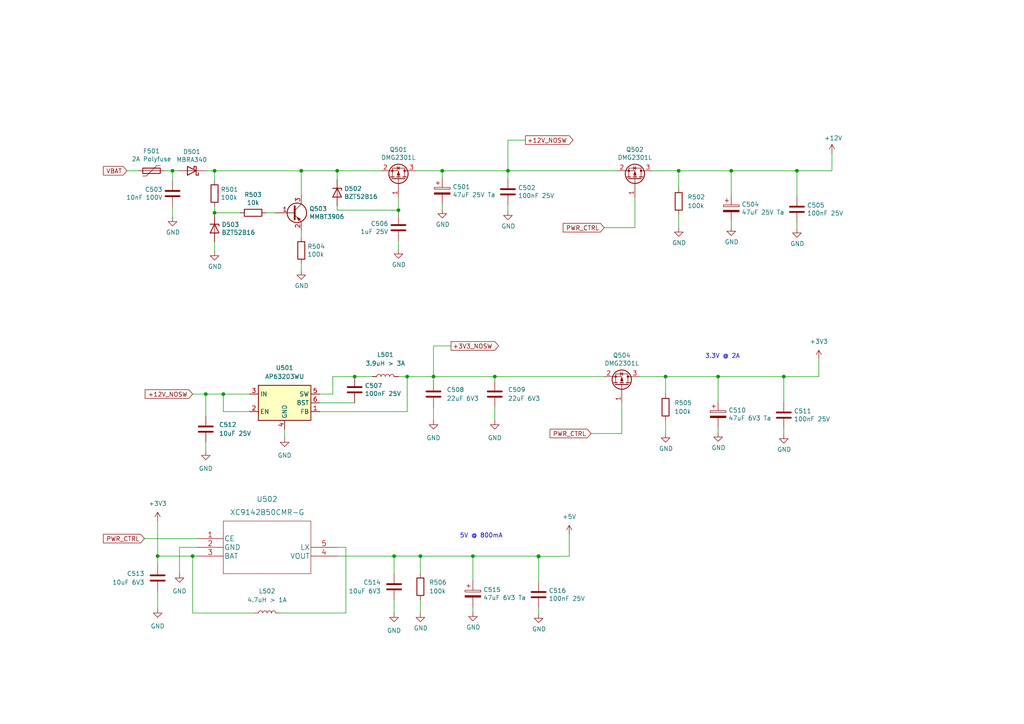
<source format=kicad_sch>
(kicad_sch (version 20211123) (generator eeschema)
  (paper "A4")
  (title_block (title "Vehicle CAN Collector") (date "2022-12-29") (rev "1") (company "Gavin Hurlbut"))
  (lib_symbols
    (symbol "Device:C" (pin_numbers hide) (pin_names (offset 0.254))
      (property "Reference" "C" (at 0.635 2.54 0))
      (property "Value" "C" (at 0.635 -2.54 0))
      (symbol "C_0_1"
        (polyline (pts (xy -2.032 -0.762) (xy 2.032 -0.762)) (stroke (width 0.508)))
        (polyline (pts (xy -2.032 0.762) (xy 2.032 0.762)) (stroke (width 0.508)))
      )
      (symbol "C_1_1"
        (pin passive line (at 0 3.81 270) (length 2.794) (name "~") (number "1"))
        (pin passive line (at 0 -3.81 90) (length 2.794) (name "~") (number "2"))
      )
    )
    (symbol "Device:CP" (pin_numbers hide) (pin_names (offset 0.254))
      (property "Reference" "C" (at 0.635 2.54 0))
      (property "Value" "Device_CP" (at 0.635 -2.54 0))
      (symbol "CP_0_1"
        (rectangle (start -2.286 0.508) (end 2.286 1.016))
        (polyline (pts (xy -1.778 2.286) (xy -0.762 2.286)))
        (polyline (pts (xy -1.27 2.794) (xy -1.27 1.778)))
        (rectangle (start 2.286 -0.508) (end -2.286 -1.016) (fill (type outline)))
      )
      (symbol "CP_1_1"
        (pin passive line (at 0 3.81 270) (length 2.794) (name "~") (number "1"))
        (pin passive line (at 0 -3.81 90) (length 2.794) (name "~") (number "2"))
      )
    )
    (symbol "Device:L" (pin_numbers hide) (pin_names (offset 1.016) hide)
      (property "Reference" "L" (at -1.27 0 90))
      (property "Value" "L" (at 1.905 0 90))
      (symbol "L_0_1"
        (arc (start 0 -2.54) (mid 0.635 -1.905) (end 0 -1.27))
        (arc (start 0 -1.27) (mid 0.635 -0.635) (end 0 0))
        (arc (start 0 0) (mid 0.635 0.635) (end 0 1.27))
        (arc (start 0 1.27) (mid 0.635 1.905) (end 0 2.54))
      )
      (symbol "L_1_1"
        (pin passive line (at 0 3.81 270) (length 1.27) (name "1") (number "1"))
        (pin passive line (at 0 -3.81 90) (length 1.27) (name "2") (number "2"))
      )
    )
    (symbol "Device:Polyfuse" (pin_numbers hide) (pin_names (offset 0))
      (property "Reference" "F" (at -2.54 0 90))
      (property "Value" "Polyfuse" (at 2.54 0 90))
      (symbol "Polyfuse_0_1"
        (rectangle (start -0.762 2.54) (end 0.762 -2.54) (stroke (width 0.254)))
        (polyline (pts (xy 0 2.54) (xy 0 -2.54)))
        (polyline (pts (xy -1.524 2.54) (xy -1.524 1.524) (xy 1.524 -1.524) (xy 1.524 -2.54)))
      )
      (symbol "Polyfuse_1_1"
        (pin passive line (at 0 3.81 270) (length 1.27) (name "~") (number "1"))
        (pin passive line (at 0 -3.81 90) (length 1.27) (name "~") (number "2"))
      )
    )
    (symbol "Device:R" (pin_numbers hide) (pin_names (offset 0))
      (property "Reference" "R" (at 2.032 0 90))
      (property "Value" "R" (at 0 0 90))
      (symbol "R_0_1"
        (rectangle (start -1.016 -2.54) (end 1.016 2.54) (stroke (width 0.254)))
      )
      (symbol "R_1_1"
        (pin passive line (at 0 3.81 270) (length 1.27) (name "~") (number "1"))
        (pin passive line (at 0 -3.81 90) (length 1.27) (name "~") (number "2"))
      )
    )
    (symbol "Diode:BZT52Bxx" (pin_numbers hide) (pin_names (offset 1.016) hide)
      (property "Reference" "D" (at 0 2.54 0))
      (property "Value" "BZT52Bxx" (at 0 -2.54 0))
      (symbol "BZT52Bxx_0_1"
        (polyline (pts (xy 1.27 0) (xy -1.27 0)))
        (polyline (pts (xy -1.27 -1.27) (xy -1.27 1.27) (xy -0.762 1.27)) (stroke (width 0.254)))
        (polyline (pts (xy 1.27 -1.27) (xy 1.27 1.27) (xy -1.27 0) (xy 1.27 -1.27)) (stroke (width 0.254)))
      )
      (symbol "BZT52Bxx_1_1"
        (pin passive line (at -3.81 0 0) (length 2.54) (name "K") (number "1"))
        (pin passive line (at 3.81 0 180) (length 2.54) (name "A") (number "2"))
      )
    )
    (symbol "Diode:MBRA340" (pin_numbers hide) (pin_names hide)
      (property "Reference" "D" (at 0 2.54 0))
      (property "Value" "MBRA340" (at 0 -2.54 0))
      (symbol "MBRA340_0_1"
        (polyline (pts (xy 1.27 0) (xy -1.27 0)))
        (polyline (pts (xy 1.27 1.27) (xy 1.27 -1.27) (xy -1.27 0) (xy 1.27 1.27)) (stroke (width 0.254)))
        (polyline (pts (xy -1.905 0.635) (xy -1.905 1.27) (xy -1.27 1.27) (xy -1.27 -1.27) (xy -0.635 -1.27) (xy -0.635 -0.635)) (stroke (width 0.254)))
      )
      (symbol "MBRA340_1_1"
        (pin passive line (at -3.81 0 0) (length 2.54) (name "K") (number "1"))
        (pin passive line (at 3.81 0 180) (length 2.54) (name "A") (number "2"))
      )
    )
    (symbol "Regulator_Switching:AP63203WU"
      (property "Reference" "U" (at -7.62 6.35 0))
      (property "Value" "AP63203WU" (at 2.54 6.35 0))
      (symbol "AP63203WU_0_1"
        (rectangle (start -7.62 5.08) (end 7.62 -5.08) (stroke (width 0.254)) (fill (type background)))
      )
      (symbol "AP63203WU_1_1"
        (pin input line (at 10.16 -2.54 180) (length 2.54) (name "FB") (number "1"))
        (pin input line (at -10.16 -2.54 0) (length 2.54) (name "EN") (number "2"))
        (pin power_in line (at -10.16 2.54 0) (length 2.54) (name "IN") (number "3"))
        (pin power_in line (at 0 -7.62 90) (length 2.54) (name "GND") (number "4"))
        (pin output line (at 10.16 2.54 180) (length 2.54) (name "SW") (number "5"))
        (pin passive line (at 10.16 0 180) (length 2.54) (name "BST") (number "6"))
      )
    )
    (symbol "Transistor_BJT:MMBT3906" (pin_names (offset 0) hide)
      (property "Reference" "Q" (at 5.08 1.905 0))
      (property "Value" "MMBT3906" (at 5.08 0 0))
      (symbol "MMBT3906_0_1"
        (polyline (pts (xy 0.635 0.635) (xy 2.54 2.54)))
        (polyline (pts (xy 0.635 -0.635) (xy 2.54 -2.54) (xy 2.54 -2.54)))
        (polyline (pts (xy 0.635 1.905) (xy 0.635 -1.905) (xy 0.635 -1.905)) (stroke (width 0.508)))
        (polyline (pts (xy 2.286 -1.778) (xy 1.778 -2.286) (xy 1.27 -1.27) (xy 2.286 -1.778) (xy 2.286 -1.778)) (fill (type outline)))
        (circle (center 1.27 0) (radius 2.8194) (stroke (width 0.254)))
      )
      (symbol "MMBT3906_1_1"
        (pin input line (at -5.08 0 0) (length 5.715) (name "B") (number "1"))
        (pin passive line (at 2.54 -5.08 90) (length 2.54) (name "E") (number "2"))
        (pin passive line (at 2.54 5.08 270) (length 2.54) (name "C") (number "3"))
      )
    )
    (symbol "Transistor_FET:DMG2301L" (pin_names hide)
      (property "Reference" "Q" (at 5.08 1.905 0))
      (property "Value" "DMG2301L" (at 5.08 0 0))
      (symbol "DMG2301L_0_1"
        (polyline (pts (xy 0.254 0) (xy -2.54 0)))
        (polyline (pts (xy 0.254 1.905) (xy 0.254 -1.905)) (stroke (width 0.254)))
        (polyline (pts (xy 0.762 -1.27) (xy 0.762 -2.286)) (stroke (width 0.254)))
        (polyline (pts (xy 0.762 0.508) (xy 0.762 -0.508)) (stroke (width 0.254)))
        (polyline (pts (xy 0.762 2.286) (xy 0.762 1.27)) (stroke (width 0.254)))
        (polyline (pts (xy 2.54 2.54) (xy 2.54 1.778)))
        (polyline (pts (xy 2.54 -2.54) (xy 2.54 0) (xy 0.762 0)))
        (polyline (pts (xy 0.762 1.778) (xy 3.302 1.778) (xy 3.302 -1.778) (xy 0.762 -1.778)))
        (polyline (pts (xy 2.286 0) (xy 1.27 0.381) (xy 1.27 -0.381) (xy 2.286 0)) (fill (type outline)))
        (polyline (pts (xy 2.794 -0.508) (xy 2.921 -0.381) (xy 3.683 -0.381) (xy 3.81 -0.254)))
        (polyline (pts (xy 3.302 -0.381) (xy 2.921 0.254) (xy 3.683 0.254) (xy 3.302 -0.381)))
        (circle (center 1.651 0) (radius 2.794) (stroke (width 0.254)))
        (circle (center 2.54 -1.778) (radius 0.254) (fill (type outline)))
        (circle (center 2.54 1.778) (radius 0.254) (fill (type outline)))
      )
      (symbol "DMG2301L_1_1"
        (pin input line (at -5.08 0 0) (length 2.54) (name "G") (number "1"))
        (pin passive line (at 2.54 -5.08 90) (length 2.54) (name "S") (number "2"))
        (pin passive line (at 2.54 5.08 270) (length 2.54) (name "D") (number "3"))
      )
    )
    (symbol "UltraLibrarian:XC9142B50CMR-G" (pin_names (offset 0.254))
      (property "Reference" "U" (at 20.32 10.16 0))
      (property "Value" "XC9142B50CMR-G" (at 20.32 7.62 0))
      (symbol "XC9142B50CMR-G_1_1"
        (polyline (pts (xy 7.62 -10.16) (xy 33.02 -10.16)) (stroke (width 0.127)))
        (polyline (pts (xy 7.62 5.08) (xy 7.62 -10.16)) (stroke (width 0.127)))
        (polyline (pts (xy 33.02 -10.16) (xy 33.02 5.08)) (stroke (width 0.127)))
        (polyline (pts (xy 33.02 5.08) (xy 7.62 5.08)) (stroke (width 0.127)))
        (pin unspecified line (at 0 0 0) (length 7.62) (name "CE") (number "1"))
        (pin power_in line (at 0 -2.54 0) (length 7.62) (name "GND") (number "2"))
        (pin unspecified line (at 0 -5.08 0) (length 7.62) (name "BAT") (number "3"))
        (pin output line (at 40.64 -5.08 180) (length 7.62) (name "VOUT") (number "4"))
        (pin unspecified line (at 40.64 -2.54 180) (length 7.62) (name "LX") (number "5"))
      )
    )
    (symbol "power:+12V" (power) (pin_names (offset 0))
      (property "Value" "+12V" (at 0 3.556 0))
      (symbol "+12V_0_1"
        (polyline (pts (xy -0.762 1.27) (xy 0 2.54)))
        (polyline (pts (xy 0 0) (xy 0 2.54)))
        (polyline (pts (xy 0 2.54) (xy 0.762 1.27)))
      )
      (symbol "+12V_1_1"
        (pin power_in line (at 0 0 90) (length 0) hide (name "+12V") (number "1"))
      )
    )
    (symbol "power:+3V3" (power) (pin_names (offset 0))
      (property "Value" "+3V3" (at 0 3.556 0))
      (symbol "+3V3_0_1"
        (polyline (pts (xy -0.762 1.27) (xy 0 2.54)))
        (polyline (pts (xy 0 0) (xy 0 2.54)))
        (polyline (pts (xy 0 2.54) (xy 0.762 1.27)))
      )
      (symbol "+3V3_1_1"
        (pin power_in line (at 0 0 90) (length 0) hide (name "+3V3") (number "1"))
      )
    )
    (symbol "power:+5V" (power) (pin_names (offset 0))
      (property "Value" "+5V" (at 0 3.556 0))
      (symbol "+5V_0_1"
        (polyline (pts (xy -0.762 1.27) (xy 0 2.54)))
        (polyline (pts (xy 0 0) (xy 0 2.54)))
        (polyline (pts (xy 0 2.54) (xy 0.762 1.27)))
      )
      (symbol "+5V_1_1"
        (pin power_in line (at 0 0 90) (length 0) hide (name "+5V") (number "1"))
      )
    )
    (symbol "power:GND" (power) (pin_names (offset 0))
      (property "Value" "GND" (at 0 -3.81 0))
      (symbol "GND_0_1"
        (polyline (pts (xy 0 0) (xy 0 -1.27) (xy 1.27 -1.27) (xy 0 -2.54) (xy -1.27 -1.27) (xy 0 -1.27)))
      )
      (symbol "GND_1_1"
        (pin power_in line (at 0 0 270) (length 0) hide (name "GND") (number "1"))
      )
    )
  )
  (junction (at 97.79 49.53))
  (junction (at 156.21 161.3913))
  (junction (at 121.92 161.29))
  (junction (at 196.85 49.53))
  (junction (at 118.11 109.22))
  (junction (at 193.04 109.22))
  (junction (at 128.27 49.53))
  (junction (at 45.72 161.29))
  (junction (at 62.23 49.53))
  (junction (at 212.09 49.53))
  (junction (at 87.376 49.53))
  (junction (at 59.69 114.3))
  (junction (at 114.3 161.29))
  (junction (at 147.32 49.53))
  (junction (at 125.73 109.22))
  (junction (at 50.038 49.53))
  (junction (at 208.28 109.22))
  (junction (at 102.87 109.22))
  (junction (at 64.77 114.3))
  (junction (at 143.51 109.22))
  (junction (at 231.14 49.53))
  (junction (at 156.21 161.3555))
  (junction (at 62.23 61.722))
  (junction (at 137.16 161.29))
  (junction (at 227.33 109.22))
  (junction (at 55.88 161.29))
  (junction (at 156.21 161.29))
  (junction (at 115.57 60.96))
  (wire (pts (xy 118.11 119.38) (xy 92.71 119.38)))
  (wire (pts (xy 87.376 66.802) (xy 87.376 68.834)))
  (wire (pts (xy 55.88 177.8) (xy 73.66 177.8)))
  (wire (pts (xy 165.1 161.3555) (xy 156.21 161.3555)))
  (wire (pts (xy 241.3 44.45) (xy 241.3 49.53)))
  (wire (pts (xy 118.11 109.22) (xy 125.73 109.22)))
  (wire (pts (xy 137.16 161.29) (xy 156.21 161.29)))
  (wire (pts (xy 62.23 70.104) (xy 62.23 72.898)))
  (wire (pts (xy 185.42 109.22) (xy 193.04 109.22)))
  (wire (pts (xy 55.88 161.29) (xy 55.88 177.8)))
  (wire (pts (xy 50.038 62.992) (xy 50.038 59.944)))
  (wire (pts (xy 128.27 59.182) (xy 128.27 60.706)))
  (wire (pts (xy 208.28 123.952) (xy 208.28 125.476)))
  (wire (pts (xy 62.23 61.722) (xy 62.23 62.484)))
  (wire (pts (xy 143.51 109.22) (xy 143.51 110.49)))
  (wire (pts (xy 189.23 49.53) (xy 196.85 49.53)))
  (wire (pts (xy 114.3 173.99) (xy 114.3 177.8)))
  (wire (pts (xy 77.216 61.722) (xy 79.756 61.722)))
  (wire (pts (xy 128.27 49.53) (xy 147.32 49.53)))
  (wire (pts (xy 227.33 124.206) (xy 227.33 125.984)))
  (wire (pts (xy 97.79 49.53) (xy 97.79 52.07)))
  (wire (pts (xy 165.1 154.94) (xy 165.1 161.3555)))
  (wire (pts (xy 62.23 49.53) (xy 62.23 52.324)))
  (wire (pts (xy 92.71 114.3) (xy 96.52 114.3)))
  (wire (pts (xy 125.73 109.22) (xy 125.73 110.49)))
  (wire (pts (xy 212.09 49.53) (xy 212.09 56.642)))
  (wire (pts (xy 147.32 40.64) (xy 152.4 40.64)))
  (wire (pts (xy 118.11 109.22) (xy 118.11 119.38)))
  (wire (pts (xy 59.69 128.27) (xy 59.69 130.81)))
  (wire (pts (xy 45.72 171.45) (xy 45.72 176.53)))
  (wire (pts (xy 193.04 109.22) (xy 193.04 114.3)))
  (wire (pts (xy 121.92 161.29) (xy 137.16 161.29)))
  (wire (pts (xy 59.436 49.53) (xy 62.23 49.53)))
  (wire (pts (xy 125.73 100.33) (xy 125.73 109.22)))
  (wire (pts (xy 156.21 176.276) (xy 156.21 178.054)))
  (wire (pts (xy 231.14 64.516) (xy 231.14 66.294)))
  (wire (pts (xy 102.87 109.22) (xy 107.95 109.22)))
  (wire (pts (xy 147.32 49.53) (xy 179.07 49.53)))
  (wire (pts (xy 130.81 100.33) (xy 125.73 100.33)))
  (wire (pts (xy 147.32 59.436) (xy 147.32 61.214)))
  (wire (pts (xy 50.038 52.324) (xy 50.038 49.53)))
  (wire (pts (xy 196.85 49.53) (xy 196.85 54.61)))
  (wire (pts (xy 231.14 49.53) (xy 241.3 49.53)))
  (wire (pts (xy 62.23 49.53) (xy 87.376 49.53)))
  (wire (pts (xy 87.376 76.454) (xy 87.376 78.486)))
  (wire (pts (xy 82.55 124.46) (xy 82.55 127)))
  (wire (pts (xy 87.376 49.53) (xy 97.79 49.53)))
  (wire (pts (xy 81.28 177.8) (xy 100.33 177.8)))
  (wire (pts (xy 180.34 116.84) (xy 180.34 125.73)))
  (wire (pts (xy 36.83 49.53) (xy 40.132 49.53)))
  (wire (pts (xy 208.28 109.22) (xy 227.33 109.22)))
  (wire (pts (xy 121.92 161.29) (xy 121.92 166.37)))
  (wire (pts (xy 147.32 49.53) (xy 147.32 51.816)))
  (wire (pts (xy 212.09 64.262) (xy 212.09 65.786)))
  (wire (pts (xy 52.07 158.75) (xy 57.15 158.75)))
  (wire (pts (xy 208.28 109.22) (xy 208.28 116.332)))
  (wire (pts (xy 59.69 114.3) (xy 64.77 114.3)))
  (wire (pts (xy 184.15 57.15) (xy 184.15 66.04)))
  (wire (pts (xy 96.52 114.3) (xy 96.52 109.22)))
  (wire (pts (xy 125.73 118.11) (xy 125.73 121.92)))
  (wire (pts (xy 97.79 49.53) (xy 110.49 49.53)))
  (wire (pts (xy 114.3 161.29) (xy 114.3 166.37)))
  (wire (pts (xy 237.49 104.14) (xy 237.49 109.22)))
  (wire (pts (xy 64.77 114.3) (xy 64.77 119.38)))
  (wire (pts (xy 45.72 161.29) (xy 55.88 161.29)))
  (wire (pts (xy 115.57 57.15) (xy 115.57 60.96)))
  (wire (pts (xy 125.73 109.22) (xy 143.51 109.22)))
  (wire (pts (xy 175.26 66.04) (xy 184.15 66.04)))
  (wire (pts (xy 156.21 161.3555) (xy 156.21 161.3913)))
  (wire (pts (xy 45.72 161.29) (xy 45.72 163.83)))
  (wire (pts (xy 100.33 158.75) (xy 97.79 158.75)))
  (wire (pts (xy 128.27 49.53) (xy 128.27 51.562)))
  (wire (pts (xy 55.88 114.3) (xy 59.69 114.3)))
  (wire (pts (xy 196.85 62.23) (xy 196.85 66.04)))
  (wire (pts (xy 115.57 69.85) (xy 115.57 72.39)))
  (wire (pts (xy 137.16 176.022) (xy 137.16 177.546)))
  (wire (pts (xy 97.79 161.29) (xy 114.3 161.29)))
  (wire (pts (xy 62.23 59.944) (xy 62.23 61.722)))
  (wire (pts (xy 87.376 49.53) (xy 87.376 56.642)))
  (wire (pts (xy 196.85 49.53) (xy 212.09 49.53)))
  (wire (pts (xy 100.33 177.8) (xy 100.33 158.75)))
  (wire (pts (xy 143.51 118.11) (xy 143.51 121.92)))
  (wire (pts (xy 92.71 116.84) (xy 102.87 116.84)))
  (wire (pts (xy 137.16 161.29) (xy 137.16 168.402)))
  (wire (pts (xy 47.752 49.53) (xy 50.038 49.53)))
  (wire (pts (xy 115.57 109.22) (xy 118.11 109.22)))
  (wire (pts (xy 97.79 59.69) (xy 97.79 60.96)))
  (wire (pts (xy 55.88 161.29) (xy 57.15 161.29)))
  (wire (pts (xy 231.14 49.53) (xy 231.14 56.896)))
  (wire (pts (xy 156.21 161.29) (xy 156.21 161.3555)))
  (wire (pts (xy 64.77 119.38) (xy 72.39 119.38)))
  (wire (pts (xy 115.57 60.96) (xy 115.57 62.23)))
  (wire (pts (xy 69.596 61.722) (xy 62.23 61.722)))
  (wire (pts (xy 193.04 109.22) (xy 208.28 109.22)))
  (wire (pts (xy 227.33 109.22) (xy 227.33 116.586)))
  (wire (pts (xy 96.52 109.22) (xy 102.87 109.22)))
  (wire (pts (xy 45.72 151.13) (xy 45.72 161.29)))
  (wire (pts (xy 50.038 49.53) (xy 51.816 49.53)))
  (wire (pts (xy 120.65 49.53) (xy 128.27 49.53)))
  (wire (pts (xy 59.69 114.3) (xy 59.69 120.65)))
  (wire (pts (xy 171.45 125.73) (xy 180.34 125.73)))
  (wire (pts (xy 143.51 109.22) (xy 175.26 109.22)))
  (wire (pts (xy 193.04 121.92) (xy 193.04 125.73)))
  (wire (pts (xy 212.09 49.53) (xy 231.14 49.53)))
  (wire (pts (xy 227.33 109.22) (xy 237.49 109.22)))
  (wire (pts (xy 97.79 60.96) (xy 115.57 60.96)))
  (wire (pts (xy 114.3 161.29) (xy 121.92 161.29)))
  (wire (pts (xy 147.32 40.64) (xy 147.32 49.53)))
  (wire (pts (xy 41.91 156.21) (xy 57.15 156.21)))
  (wire (pts (xy 52.07 166.37) (xy 52.07 158.75)))
  (wire (pts (xy 156.21 161.3913) (xy 156.21 168.656)))
  (wire (pts (xy 64.77 114.3) (xy 72.39 114.3)))
  (wire (pts (xy 121.92 173.99) (xy 121.92 177.8)))
  (text "3.3V @ 2A" (at 204.47 104.14 0) (effects (font (size 1.27 1.27)) (justify left bottom)))
  (text "5V @ 800mA" (at 133.35 156.21 0) (effects (font (size 1.27 1.27)) (justify left bottom)))
  (global_label "PWR_CTRL" (shape input) (at 171.45 125.73 180) (property "Intersheet References" "${INTERSHEET_REFS}" (effects hide)))
  (global_label "PWR_CTRL" (shape input) (at 41.91 156.21 180) (property "Intersheet References" "${INTERSHEET_REFS}" (effects hide)))
  (global_label "+3V3_NOSW" (shape output) (at 130.81 100.33 0) (property "Intersheet References" "${INTERSHEET_REFS}" (effects hide)))
  (global_label "PWR_CTRL" (shape input) (at 175.26 66.04 180) (property "Intersheet References" "${INTERSHEET_REFS}" (effects hide)))
  (global_label "+12V_NOSW" (shape output) (at 152.4 40.64 0) (property "Intersheet References" "${INTERSHEET_REFS}" (effects hide)))
  (global_label "VBAT" (shape input) (at 36.83 49.53 180) (property "Intersheet References" "${INTERSHEET_REFS}" (effects hide)))
  (global_label "+12V_NOSW" (shape input) (at 55.88 114.3 180) (property "Intersheet References" "${INTERSHEET_REFS}" (effects hide)))
  (symbol (lib_id "Transistor_BJT:MMBT3906") (at 84.836 61.722 0) (unit 1)
    (property "Reference" "Q503" (at 89.6874 60.5536 0) (effects (justify left)))
    (property "Value" "MMBT3906" (at 89.6874 62.865 0) (effects (justify left)))
    (property "Footprint" "Package_TO_SOT_SMD:SOT-23" (effects hide))
    (property "Datasheet" "https://www.onsemi.com/pub/Collateral/2N3906-D.PDF" (effects hide))
  )
  (symbol (lib_id "power:GND") (at 52.07 166.37 0) (unit 1)
    (property "Reference" "#PWR0521" (effects hide))
    (property "Value" "GND" (at 52.07 171.45 0))
  )
  (symbol (lib_id "power:GND") (at 82.55 127 0) (unit 1)
    (property "Reference" "#PWR0517" (effects hide))
    (property "Value" "GND" (at 82.55 132.08 0))
  )
  (symbol (lib_id "power:GND") (at 114.3 177.8 0) (unit 1)
    (property "Reference" "#PWR0524" (effects hide))
    (property "Value" "GND" (at 114.3 182.88 0))
  )
  (symbol (lib_id "Device:CP") (at 137.16 172.212 0) (unit 1)
    (property "Reference" "C515" (at 140.1572 171.0436 0) (effects (justify left)))
    (property "Value" "47uF 6V3 Ta" (at 140.1572 173.355 0) (effects (justify left)))
    (property "Footprint" "Capacitor_Tantalum_SMD:CP_EIA-7343-31_Kemet-D_Pad2.25x2.55mm_HandSolder" (effects hide))
  )
  (symbol (lib_id "power:GND") (at 59.69 130.81 0) (unit 1)
    (property "Reference" "#PWR0518" (effects hide))
    (property "Value" "GND" (at 59.69 135.89 0))
  )
  (symbol (lib_id "power:GND") (at 156.21 178.054 0) (unit 1)
    (property "Reference" "#PWR0526" (effects hide))
    (property "Value" "GND" (at 156.337 182.4482 0))
  )
  (symbol (lib_id "Device:R") (at 87.376 72.644 0) (unit 1)
    (property "Reference" "R504" (at 89.154 71.4756 0) (effects (justify left)))
    (property "Value" "100k" (at 89.154 73.787 0) (effects (justify left)))
    (property "Footprint" "Resistor_SMD:R_0805_2012Metric_Pad1.20x1.40mm_HandSolder" (effects hide))
  )
  (symbol (lib_id "Device:C") (at 50.038 56.134 0) (mirror x) (unit 1)
    (property "Reference" "C503" (at 47.1424 54.9656 0) (effects (justify right)))
    (property "Value" "10nF 100V" (at 47.1424 57.277 0) (effects (justify right)))
    (property "Footprint" "Capacitor_SMD:C_0805_2012Metric_Pad1.18x1.45mm_HandSolder" (effects hide))
  )
  (symbol (lib_id "Device:R") (at 193.04 118.11 0) (unit 1)
    (property "Reference" "R505" (at 195.58 116.8399 0) (effects (justify left)))
    (property "Value" "100k" (at 195.58 119.3799 0) (effects (justify left)))
    (property "Footprint" "Resistor_SMD:R_0805_2012Metric_Pad1.20x1.40mm_HandSolder" (effects hide))
  )
  (symbol (lib_id "Device:R") (at 73.406 61.722 270) (unit 1)
    (property "Reference" "R503" (at 73.406 56.4642 90))
    (property "Value" "10k" (at 73.406 58.7756 90))
    (property "Footprint" "Resistor_SMD:R_0805_2012Metric_Pad1.20x1.40mm_HandSolder" (effects hide))
  )
  (symbol (lib_id "power:GND") (at 212.09 65.786 0) (unit 1)
    (property "Reference" "#PWR0505" (effects hide))
    (property "Value" "GND" (at 212.217 70.1802 0))
  )
  (symbol (lib_id "power:GND") (at 125.73 121.92 0) (unit 1)
    (property "Reference" "#PWR0512" (effects hide))
    (property "Value" "GND" (at 125.73 127 0))
  )
  (symbol (lib_id "Device:CP") (at 128.27 55.372 0) (unit 1)
    (property "Reference" "C501" (at 131.2672 54.2036 0) (effects (justify left)))
    (property "Value" "47uF 25V Ta" (at 131.2672 56.515 0) (effects (justify left)))
    (property "Footprint" "Capacitor_Tantalum_SMD:CP_EIA-7343-31_Kemet-D_Pad2.25x2.55mm_HandSolder" (effects hide))
  )
  (symbol (lib_id "power:GND") (at 193.04 125.73 0) (unit 1)
    (property "Reference" "#PWR0515" (effects hide))
    (property "Value" "GND" (at 193.167 130.1242 0))
  )
  (symbol (lib_id "Device:CP") (at 212.09 60.452 0) (unit 1)
    (property "Reference" "C504" (at 215.0872 59.2836 0) (effects (justify left)))
    (property "Value" "47uF 25V Ta" (at 215.0872 61.595 0) (effects (justify left)))
    (property "Footprint" "Capacitor_Tantalum_SMD:CP_EIA-7343-31_Kemet-D_Pad2.25x2.55mm_HandSolder" (effects hide))
  )
  (symbol (lib_id "power:GND") (at 196.85 66.04 0) (unit 1)
    (property "Reference" "#PWR0506" (effects hide))
    (property "Value" "GND" (at 196.977 70.4342 0))
  )
  (symbol (lib_id "power:GND") (at 227.33 125.984 0) (unit 1)
    (property "Reference" "#PWR0516" (effects hide))
    (property "Value" "GND" (at 227.457 130.3782 0))
  )
  (symbol (lib_id "Device:L") (at 77.47 177.8 90) (unit 1)
    (property "Reference" "L502" (at 77.47 171.45 90))
    (property "Value" "4.7uH > 1A" (at 77.47 173.99 90))
    (property "Footprint" "Inductor_SMD:L_0603_1608Metric_Pad1.05x0.95mm_HandSolder" (effects hide))
  )
  (symbol (lib_id "power:GND") (at 143.51 121.92 0) (unit 1)
    (property "Reference" "#PWR0513" (effects hide))
    (property "Value" "GND" (at 143.51 127 0))
  )
  (symbol (lib_id "Diode:BZT52Bxx") (at 97.79 55.88 270) (unit 1)
    (property "Reference" "D502" (at 99.822 54.7116 90) (effects (justify left)))
    (property "Value" "BZT52B16" (at 99.822 57.023 90) (effects (justify left)))
    (property "Footprint" "Diode_SMD:D_SOD-123" (effects hide))
    (property "Datasheet" "https://diotec.com/tl_files/diotec/files/pdf/datasheets/bzt52b2v4.pdf" (effects hide))
  )
  (symbol (lib_id "Transistor_FET:DMG2301L") (at 180.34 111.76 270) (mirror x) (unit 1)
    (property "Reference" "Q504" (at 180.34 103.0732 90))
    (property "Value" "DMG2301L" (at 180.34 105.3846 90))
    (property "Footprint" "Package_TO_SOT_SMD:SOT-23" (effects hide))
    (property "Datasheet" "https://www.diodes.com/assets/Datasheets/DMG2301L.pdf" (effects hide))
  )
  (symbol (lib_id "Device:C") (at 231.14 60.706 0) (unit 1)
    (property "Reference" "C505" (at 234.061 59.5376 0) (effects (justify left)))
    (property "Value" "100nF 25V" (at 234.061 61.849 0) (effects (justify left)))
    (property "Footprint" "Capacitor_SMD:C_0805_2012Metric_Pad1.18x1.45mm_HandSolder" (effects hide))
  )
  (symbol (lib_id "power:+3V3") (at 237.49 104.14 0) (unit 1)
    (property "Reference" "#PWR0511" (effects hide))
    (property "Value" "+3V3" (at 237.49 99.06 0))
  )
  (symbol (lib_id "power:GND") (at 115.57 72.39 0) (unit 1)
    (property "Reference" "#PWR0508" (effects hide))
    (property "Value" "GND" (at 115.697 76.7842 0))
  )
  (symbol (lib_id "Device:L") (at 111.76 109.22 90) (unit 1)
    (property "Reference" "L501" (at 111.76 102.87 90))
    (property "Value" "3.9uH > 3A" (at 111.76 105.41 90))
    (property "Footprint" "Inductor_SMD:L_0603_1608Metric_Pad1.05x0.95mm_HandSolder" (effects hide))
  )
  (symbol (lib_id "power:GND") (at 45.72 176.53 0) (unit 1)
    (property "Reference" "#PWR0522" (effects hide))
    (property "Value" "GND" (at 45.72 181.61 0))
  )
  (symbol (lib_id "power:GND") (at 147.32 61.214 0) (unit 1)
    (property "Reference" "#PWR0503" (effects hide))
    (property "Value" "GND" (at 147.447 65.6082 0))
  )
  (symbol (lib_id "Diode:BZT52Bxx") (at 62.23 66.294 270) (unit 1)
    (property "Reference" "D503" (at 64.262 65.1256 90) (effects (justify left)))
    (property "Value" "BZT52B16" (at 64.262 67.437 90) (effects (justify left)))
    (property "Footprint" "Diode_SMD:D_SOD-123" (effects hide))
    (property "Datasheet" "https://diotec.com/tl_files/diotec/files/pdf/datasheets/bzt52b2v4.pdf" (effects hide))
  )
  (symbol (lib_id "Device:C") (at 227.33 120.396 0) (unit 1)
    (property "Reference" "C511" (at 230.251 119.2276 0) (effects (justify left)))
    (property "Value" "100nF 25V" (at 230.251 121.539 0) (effects (justify left)))
    (property "Footprint" "Capacitor_SMD:C_0805_2012Metric_Pad1.18x1.45mm_HandSolder" (effects hide))
  )
  (symbol (lib_id "power:+5V") (at 165.1 154.94 0) (unit 1)
    (property "Reference" "#PWR0520" (effects hide))
    (property "Value" "+5V" (at 165.1 149.86 0))
  )
  (symbol (lib_id "Transistor_FET:DMG2301L") (at 184.15 52.07 270) (mirror x) (unit 1)
    (property "Reference" "Q502" (at 184.15 43.3832 90))
    (property "Value" "DMG2301L" (at 184.15 45.6946 90))
    (property "Footprint" "Package_TO_SOT_SMD:SOT-23" (effects hide))
    (property "Datasheet" "https://www.diodes.com/assets/Datasheets/DMG2301L.pdf" (effects hide))
  )
  (symbol (lib_id "Device:C") (at 114.3 170.18 0) (mirror x) (unit 1)
    (property "Reference" "C514" (at 110.49 168.9099 0) (effects (justify right)))
    (property "Value" "10uF 6V3" (at 110.49 171.4499 0) (effects (justify right)))
    (property "Footprint" "Capacitor_SMD:C_0805_2012Metric_Pad1.18x1.45mm_HandSolder" (effects hide))
  )
  (symbol (lib_id "UltraLibrarian:XC9142B50CMR-G") (at 57.15 156.21 0) (unit 1)
    (property "Reference" "U502" (at 77.47 144.78 0) (effects (font (size 1.524 1.524))))
    (property "Value" "XC9142B50CMR-G" (at 77.47 148.59 0) (effects (font (size 1.524 1.524))))
    (property "Footprint" "UltraLibrarian:XC9142B50CMR-G" (effects hide))
  )
  (symbol (lib_id "Device:CP") (at 208.28 120.142 0) (unit 1)
    (property "Reference" "C510" (at 211.2772 118.9736 0) (effects (justify left)))
    (property "Value" "47uF 6V3 Ta" (at 211.2772 121.285 0) (effects (justify left)))
    (property "Footprint" "Capacitor_Tantalum_SMD:CP_EIA-7343-31_Kemet-D_Pad2.25x2.55mm_HandSolder" (effects hide))
  )
  (symbol (lib_id "Device:C") (at 102.87 113.03 0) (unit 1)
    (property "Reference" "C507" (at 105.791 111.8616 0) (effects (justify left)))
    (property "Value" "100nF 25V" (at 105.791 114.173 0) (effects (justify left)))
    (property "Footprint" "Capacitor_SMD:C_0805_2012Metric_Pad1.18x1.45mm_HandSolder" (effects hide))
  )
  (symbol (lib_id "Device:C") (at 59.69 124.46 0) (unit 1)
    (property "Reference" "C512" (at 63.5 123.1899 0) (effects (justify left)))
    (property "Value" "10uF 25V" (at 63.5 125.7299 0) (effects (justify left)))
    (property "Footprint" "Capacitor_SMD:C_0805_2012Metric_Pad1.18x1.45mm_HandSolder" (effects hide))
  )
  (symbol (lib_id "power:+3V3") (at 45.72 151.13 0) (unit 1)
    (property "Reference" "#PWR0519" (effects hide))
    (property "Value" "+3V3" (at 45.72 146.05 0))
  )
  (symbol (lib_id "Device:R") (at 121.92 170.18 0) (unit 1)
    (property "Reference" "R506" (at 124.46 168.9099 0) (effects (justify left)))
    (property "Value" "100k" (at 124.46 171.4499 0) (effects (justify left)))
    (property "Footprint" "Resistor_SMD:R_0805_2012Metric_Pad1.20x1.40mm_HandSolder" (effects hide))
  )
  (symbol (lib_id "power:GND") (at 87.376 78.486 0) (unit 1)
    (property "Reference" "#PWR0510" (effects hide))
    (property "Value" "GND" (at 87.503 82.8802 0))
  )
  (symbol (lib_id "Device:R") (at 196.85 58.42 0) (unit 1)
    (property "Reference" "R502" (at 199.39 57.1499 0) (effects (justify left)))
    (property "Value" "100k" (at 199.39 59.6899 0) (effects (justify left)))
    (property "Footprint" "Resistor_SMD:R_0805_2012Metric_Pad1.20x1.40mm_HandSolder" (effects hide))
  )
  (symbol (lib_id "power:GND") (at 208.28 125.476 0) (unit 1)
    (property "Reference" "#PWR0514" (effects hide))
    (property "Value" "GND" (at 208.407 129.8702 0))
  )
  (symbol (lib_id "Diode:MBRA340") (at 55.626 49.53 180) (unit 1)
    (property "Reference" "D501" (at 55.626 44.0182 0))
    (property "Value" "MBRA340" (at 55.626 46.3296 0))
    (property "Footprint" "Diode_SMD:D_SMA" (effects hide))
    (property "Datasheet" "https://www.onsemi.com/pub/Collateral/MBRA340T3-D.PDF" (effects hide))
  )
  (symbol (lib_id "Device:C") (at 125.73 114.3 0) (unit 1)
    (property "Reference" "C508" (at 129.54 113.0299 0) (effects (justify left)))
    (property "Value" "22uF 6V3" (at 129.54 115.5699 0) (effects (justify left)))
    (property "Footprint" "Capacitor_SMD:C_0805_2012Metric_Pad1.18x1.45mm_HandSolder" (effects hide))
  )
  (symbol (lib_id "power:+12V") (at 241.3 44.45 0) (unit 1)
    (property "Reference" "#PWR0501" (effects hide))
    (property "Value" "+12V" (at 241.681 40.0558 0))
  )
  (symbol (lib_id "power:GND") (at 121.92 177.8 0) (unit 1)
    (property "Reference" "#PWR0525" (effects hide))
    (property "Value" "GND" (at 122.047 182.1942 0))
  )
  (symbol (lib_id "Regulator_Switching:AP63203WU") (at 82.55 116.84 0) (unit 1)
    (property "Reference" "U501" (at 82.55 106.68 0))
    (property "Value" "AP63203WU" (at 82.55 109.22 0))
    (property "Footprint" "Package_TO_SOT_SMD:TSOT-23-6" (effects hide))
    (property "Datasheet" "https://www.diodes.com/assets/Datasheets/AP63200-AP63201-AP63203-AP63205.pdf" (effects hide))
  )
  (symbol (lib_id "Device:Polyfuse") (at 43.942 49.53 270) (unit 1)
    (property "Reference" "F501" (at 43.942 43.815 90))
    (property "Value" "2A Polyfuse" (at 43.942 46.1264 90))
    (property "Footprint" "Resistor_SMD:R_0805_2012Metric_Pad1.20x1.40mm_HandSolder" (effects hide))
  )
  (symbol (lib_id "Device:C") (at 143.51 114.3 0) (unit 1)
    (property "Reference" "C509" (at 147.32 113.0299 0) (effects (justify left)))
    (property "Value" "22uF 6V3" (at 147.32 115.5699 0) (effects (justify left)))
    (property "Footprint" "Capacitor_SMD:C_0805_2012Metric_Pad1.18x1.45mm_HandSolder" (effects hide))
  )
  (symbol (lib_id "Device:C") (at 45.72 167.64 0) (mirror x) (unit 1)
    (property "Reference" "C513" (at 41.91 166.3699 0) (effects (justify right)))
    (property "Value" "10uF 6V3" (at 41.91 168.9099 0) (effects (justify right)))
    (property "Footprint" "Capacitor_SMD:C_0805_2012Metric_Pad1.18x1.45mm_HandSolder" (effects hide))
  )
  (symbol (lib_id "Transistor_FET:DMG2301L") (at 115.57 52.07 270) (mirror x) (unit 1)
    (property "Reference" "Q501" (at 115.57 43.3832 90))
    (property "Value" "DMG2301L" (at 115.57 45.6946 90))
    (property "Footprint" "Package_TO_SOT_SMD:SOT-23" (effects hide))
    (property "Datasheet" "https://www.diodes.com/assets/Datasheets/DMG2301L.pdf" (effects hide))
  )
  (symbol (lib_id "power:GND") (at 50.038 62.992 0) (unit 1)
    (property "Reference" "#PWR0504" (effects hide))
    (property "Value" "GND" (at 50.165 67.3862 0))
  )
  (symbol (lib_id "Device:C") (at 115.57 66.04 0) (mirror x) (unit 1)
    (property "Reference" "C506" (at 112.649 64.8716 0) (effects (justify right)))
    (property "Value" "1uF 25V" (at 112.649 67.183 0) (effects (justify right)))
    (property "Footprint" "Capacitor_SMD:C_0805_2012Metric_Pad1.18x1.45mm_HandSolder" (effects hide))
  )
  (symbol (lib_id "power:GND") (at 231.14 66.294 0) (unit 1)
    (property "Reference" "#PWR0507" (effects hide))
    (property "Value" "GND" (at 231.267 70.6882 0))
  )
  (symbol (lib_id "Device:C") (at 147.32 55.626 0) (unit 1)
    (property "Reference" "C502" (at 150.241 54.4576 0) (effects (justify left)))
    (property "Value" "100nF 25V" (at 150.241 56.769 0) (effects (justify left)))
    (property "Footprint" "Capacitor_SMD:C_0805_2012Metric_Pad1.18x1.45mm_HandSolder" (effects hide))
  )
  (symbol (lib_id "Device:C") (at 156.21 172.466 0) (unit 1)
    (property "Reference" "C516" (at 159.131 171.2976 0) (effects (justify left)))
    (property "Value" "100nF 25V" (at 159.131 173.609 0) (effects (justify left)))
    (property "Footprint" "Capacitor_SMD:C_0805_2012Metric_Pad1.18x1.45mm_HandSolder" (effects hide))
  )
  (symbol (lib_id "Device:R") (at 62.23 56.134 0) (unit 1)
    (property "Reference" "R501" (at 64.008 54.9656 0) (effects (justify left)))
    (property "Value" "100k" (at 64.008 57.277 0) (effects (justify left)))
    (property "Footprint" "Resistor_SMD:R_0805_2012Metric_Pad1.20x1.40mm_HandSolder" (effects hide))
  )
  (symbol (lib_id "power:GND") (at 128.27 60.706 0) (unit 1)
    (property "Reference" "#PWR0502" (effects hide))
    (property "Value" "GND" (at 128.397 65.1002 0))
  )
  (symbol (lib_id "power:GND") (at 137.16 177.546 0) (unit 1)
    (property "Reference" "#PWR0523" (effects hide))
    (property "Value" "GND" (at 137.287 181.9402 0))
  )
  (symbol (lib_id "power:GND") (at 62.23 72.898 0) (unit 1)
    (property "Reference" "#PWR0509" (effects hide))
    (property "Value" "GND" (at 62.357 77.2922 0))
  )
)
</source>
